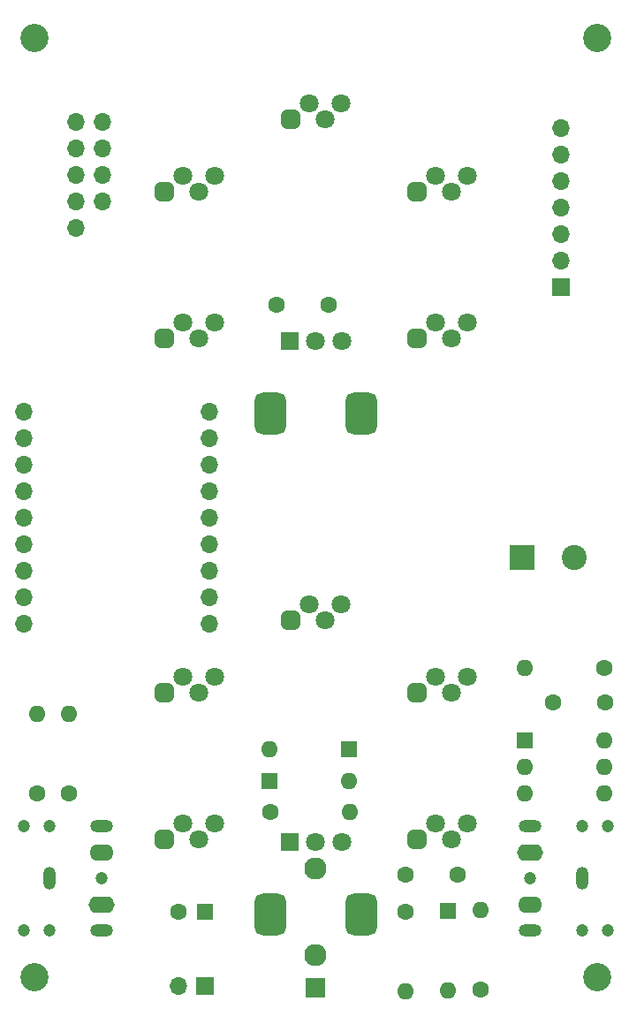
<source format=gbr>
%TF.GenerationSoftware,KiCad,Pcbnew,8.0.7*%
%TF.CreationDate,2025-02-23T13:29:02+00:00*%
%TF.ProjectId,WaveshareZeroKrell,57617665-7368-4617-9265-5a65726f4b72,rev?*%
%TF.SameCoordinates,Original*%
%TF.FileFunction,Soldermask,Top*%
%TF.FilePolarity,Negative*%
%FSLAX46Y46*%
G04 Gerber Fmt 4.6, Leading zero omitted, Abs format (unit mm)*
G04 Created by KiCad (PCBNEW 8.0.7) date 2025-02-23 13:29:02*
%MOMM*%
%LPD*%
G01*
G04 APERTURE LIST*
G04 Aperture macros list*
%AMRoundRect*
0 Rectangle with rounded corners*
0 $1 Rounding radius*
0 $2 $3 $4 $5 $6 $7 $8 $9 X,Y pos of 4 corners*
0 Add a 4 corners polygon primitive as box body*
4,1,4,$2,$3,$4,$5,$6,$7,$8,$9,$2,$3,0*
0 Add four circle primitives for the rounded corners*
1,1,$1+$1,$2,$3*
1,1,$1+$1,$4,$5*
1,1,$1+$1,$6,$7*
1,1,$1+$1,$8,$9*
0 Add four rect primitives between the rounded corners*
20,1,$1+$1,$2,$3,$4,$5,0*
20,1,$1+$1,$4,$5,$6,$7,0*
20,1,$1+$1,$6,$7,$8,$9,0*
20,1,$1+$1,$8,$9,$2,$3,0*%
G04 Aperture macros list end*
%ADD10O,1.700000X1.700000*%
%ADD11R,1.930000X1.830000*%
%ADD12C,2.130000*%
%ADD13R,1.700000X1.700000*%
%ADD14C,2.700000*%
%ADD15C,1.600000*%
%ADD16O,1.600000X1.600000*%
%ADD17R,1.600000X1.600000*%
%ADD18C,1.200000*%
%ADD19O,2.200000X1.200000*%
%ADD20O,2.300000X1.600000*%
%ADD21O,1.200000X2.200000*%
%ADD22O,2.500000X1.600000*%
%ADD23R,2.400000X2.400000*%
%ADD24C,2.400000*%
%ADD25R,1.800000X1.800000*%
%ADD26C,1.800000*%
%ADD27RoundRect,0.750000X-0.750000X1.250000X-0.750000X-1.250000X0.750000X-1.250000X0.750000X1.250000X0*%
%ADD28RoundRect,0.450000X-0.450000X-0.450000X0.450000X-0.450000X0.450000X0.450000X-0.450000X0.450000X0*%
G04 APERTURE END LIST*
D10*
%TO.C,J1*%
X59540000Y-61000000D03*
X59540000Y-63540000D03*
X59540000Y-66080000D03*
X59540000Y-68620000D03*
%TD*%
%TO.C,J2*%
X57000000Y-61000000D03*
X57000000Y-63540000D03*
X57000000Y-66080000D03*
X57000000Y-68620000D03*
X57000000Y-71160000D03*
%TD*%
D11*
%TO.C,J5*%
X80000000Y-144000000D03*
D12*
X80000000Y-132600000D03*
X80000000Y-140900000D03*
%TD*%
D13*
%TO.C,J7*%
X103475000Y-76890000D03*
D10*
X103475000Y-74350000D03*
X103475000Y-71810000D03*
X103475000Y-69270000D03*
X103475000Y-66730000D03*
X103475000Y-64190000D03*
X103475000Y-61650000D03*
%TD*%
%TO.C,U1*%
X69800000Y-109145000D03*
X69800000Y-106605000D03*
X69800000Y-104065000D03*
X69800000Y-101525000D03*
X69800000Y-98985000D03*
X69800000Y-96445000D03*
X69800000Y-93905000D03*
X69800000Y-91365000D03*
X69800000Y-88825000D03*
X52020000Y-88825000D03*
X52020000Y-91365000D03*
X52020000Y-93905000D03*
X52020000Y-96445000D03*
X52020000Y-98985000D03*
X52020000Y-101525000D03*
X52020000Y-104065000D03*
X52020000Y-106605000D03*
X52020000Y-109145000D03*
%TD*%
D14*
%TO.C,MK1*%
X53000000Y-53000000D03*
%TD*%
D13*
%TO.C,J4*%
X69350000Y-143850000D03*
D10*
X66810000Y-143850000D03*
%TD*%
D14*
%TO.C,MK2*%
X107000000Y-53000000D03*
%TD*%
D15*
%TO.C,R1*%
X95825000Y-144185000D03*
D16*
X95825000Y-136565000D03*
%TD*%
D15*
%TO.C,R2*%
X56375000Y-125335000D03*
D16*
X56375000Y-117715000D03*
%TD*%
D17*
%TO.C,C2*%
X69357380Y-136700000D03*
D15*
X66857380Y-136700000D03*
%TD*%
%TO.C,R6*%
X88600000Y-136710000D03*
D16*
X88600000Y-144330000D03*
%TD*%
D14*
%TO.C,MK4*%
X107000000Y-143000000D03*
%TD*%
%TO.C,MK3*%
X53000000Y-143000000D03*
%TD*%
D15*
%TO.C,R5*%
X75640000Y-127175000D03*
D16*
X83260000Y-127175000D03*
%TD*%
D15*
%TO.C,C3*%
X88575000Y-133175000D03*
X93575000Y-133175000D03*
%TD*%
%TO.C,R3*%
X53250000Y-125335000D03*
D16*
X53250000Y-117715000D03*
%TD*%
D17*
%TO.C,D12*%
X83150000Y-121165000D03*
D16*
X75530000Y-121165000D03*
%TD*%
D18*
%TO.C,J3*%
X54500000Y-128500000D03*
X52000000Y-128500000D03*
X59500000Y-133500000D03*
X54500000Y-138500000D03*
X52000000Y-138500000D03*
D19*
X59500000Y-128500000D03*
D20*
X59500000Y-131000000D03*
D21*
X54500000Y-133500000D03*
D19*
X59500000Y-138500000D03*
D22*
X59500000Y-136000000D03*
%TD*%
D23*
%TO.C,C1*%
X99750000Y-102775000D03*
D24*
X104750000Y-102775000D03*
%TD*%
D18*
%TO.C,J6*%
X105500000Y-138500000D03*
X108000000Y-138500000D03*
X100500000Y-133500000D03*
X105500000Y-128500000D03*
X108000000Y-128500000D03*
D19*
X100500000Y-138500000D03*
D20*
X100500000Y-136000000D03*
D21*
X105500000Y-133500000D03*
D19*
X100500000Y-128500000D03*
D22*
X100500000Y-131000000D03*
%TD*%
D17*
%TO.C,D1*%
X92700000Y-136615000D03*
D16*
X92700000Y-144235000D03*
%TD*%
D15*
%TO.C,C5*%
X81250000Y-78550000D03*
X76250000Y-78550000D03*
%TD*%
D17*
%TO.C,U2*%
X100025000Y-120250000D03*
D16*
X100025000Y-122790000D03*
X100025000Y-125330000D03*
X107645000Y-125330000D03*
X107645000Y-122790000D03*
X107645000Y-120250000D03*
%TD*%
D15*
%TO.C,R4*%
X107660000Y-113375000D03*
D16*
X100040000Y-113375000D03*
%TD*%
D17*
%TO.C,D13*%
X75565000Y-124225000D03*
D16*
X83185000Y-124225000D03*
%TD*%
D15*
%TO.C,C4*%
X107700000Y-116625000D03*
X102700000Y-116625000D03*
%TD*%
D25*
%TO.C,RV1*%
X77500000Y-82000000D03*
D26*
X80000000Y-82000000D03*
X82500000Y-82000000D03*
D27*
X84400000Y-89000000D03*
X75600000Y-89000000D03*
%TD*%
D28*
%TO.C,D3*%
X89710000Y-115740000D03*
D26*
X91488000Y-114216000D03*
X93012000Y-115740000D03*
X94536000Y-114216000D03*
%TD*%
D28*
%TO.C,D11*%
X65470000Y-81740000D03*
D26*
X67248000Y-80216000D03*
X68772000Y-81740000D03*
X70296000Y-80216000D03*
%TD*%
D28*
%TO.C,D10*%
X65470000Y-67740000D03*
D26*
X67248000Y-66216000D03*
X68772000Y-67740000D03*
X70296000Y-66216000D03*
%TD*%
D28*
%TO.C,D7*%
X89710000Y-81740000D03*
D26*
X91488000Y-80216000D03*
X93012000Y-81740000D03*
X94536000Y-80216000D03*
%TD*%
D28*
%TO.C,D4*%
X77590000Y-108740000D03*
D26*
X79368000Y-107216000D03*
X80892000Y-108740000D03*
X82416000Y-107216000D03*
%TD*%
D28*
%TO.C,D5*%
X65470000Y-115740000D03*
D26*
X67248000Y-114216000D03*
X68772000Y-115740000D03*
X70296000Y-114216000D03*
%TD*%
D28*
%TO.C,D9*%
X77590000Y-60740000D03*
D26*
X79368000Y-59216000D03*
X80892000Y-60740000D03*
X82416000Y-59216000D03*
%TD*%
D28*
%TO.C,D6*%
X65470000Y-129740000D03*
D26*
X67248000Y-128216000D03*
X68772000Y-129740000D03*
X70296000Y-128216000D03*
%TD*%
D28*
%TO.C,D2*%
X89710000Y-129740000D03*
D26*
X91488000Y-128216000D03*
X93012000Y-129740000D03*
X94536000Y-128216000D03*
%TD*%
D25*
%TO.C,RV2*%
X77500000Y-130000000D03*
D26*
X80000000Y-130000000D03*
X82500000Y-130000000D03*
D27*
X84400000Y-137000000D03*
X75600000Y-137000000D03*
%TD*%
D28*
%TO.C,D8*%
X89710000Y-67740000D03*
D26*
X91488000Y-66216000D03*
X93012000Y-67740000D03*
X94536000Y-66216000D03*
%TD*%
M02*

</source>
